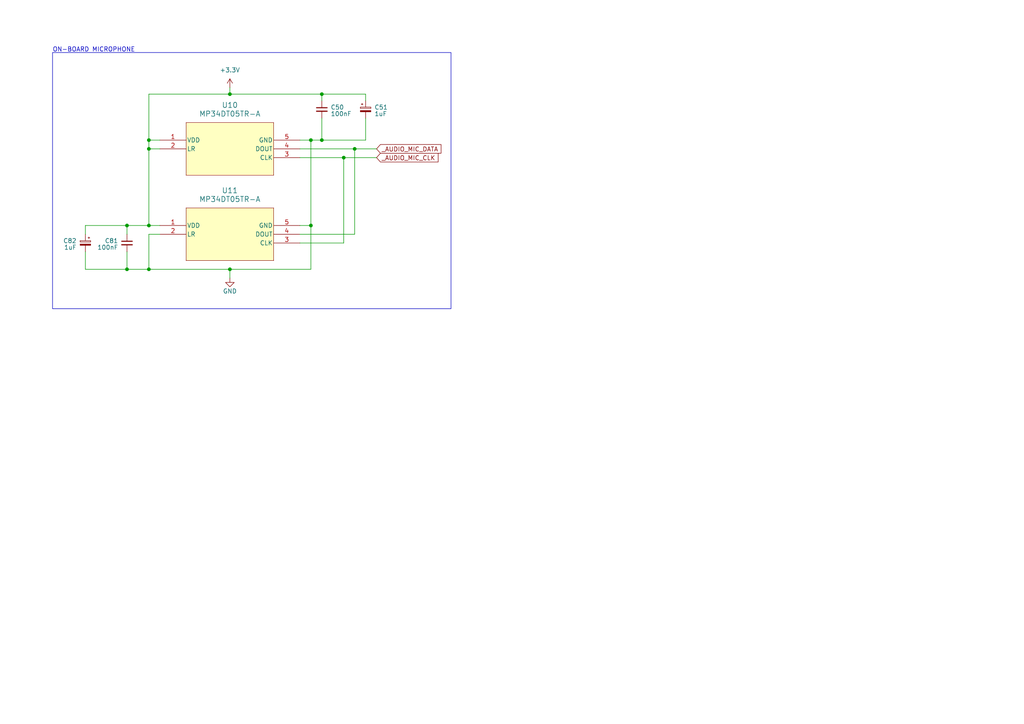
<source format=kicad_sch>
(kicad_sch (version 20231120) (generator "eeschema") (generator_version "8.0")
  (paper "A4")
  (lib_symbols
    (symbol "Device:C_Polarized_Small" (pin_numbers hide) (pin_names (offset 0.254) hide)
      (property "Reference" "C" (at 0.254 1.778 0))
      (property "Value" "C_Polarized_Small" (at 0.254 -2.032 0))
      (symbol "C_Polarized_Small_0_1"
        (rectangle (start -1.524 -0.3048) (end 1.524 -0.6858) (fill (type outline)))
        (rectangle (start -1.524 0.6858) (end 1.524 0.3048))
        (polyline (pts (xy -1.27 1.524) (xy -0.762 1.524)))
        (polyline (pts (xy -1.016 1.27) (xy -1.016 1.778)))
      )
      (symbol "C_Polarized_Small_1_1"
        (pin passive line (at 0 2.54 270) (length 1.8542) (name "~") (number "1"))
        (pin passive line (at 0 -2.54 90) (length 1.8542) (name "~") (number "2"))
      )
    )
    (symbol "Device:C_Small" (pin_numbers hide) (pin_names (offset 0.254) hide)
      (property "Reference" "C" (at 0.254 1.778 0))
      (property "Value" "C_Small" (at 0.254 -2.032 0))
      (symbol "C_Small_0_1"
        (polyline (pts (xy -1.524 -0.508) (xy 1.524 -0.508)) (stroke (width 0.3302)))
        (polyline (pts (xy -1.524 0.508) (xy 1.524 0.508)) (stroke (width 0.3048)))
      )
      (symbol "C_Small_1_1"
        (pin passive line (at 0 2.54 270) (length 2.032) (name "~") (number "1"))
        (pin passive line (at 0 -2.54 90) (length 2.032) (name "~") (number "2"))
      )
    )
    (symbol "MP34DT05TR-A:MP34DT05TR-A" (pin_names (offset 0.254))
      (property "Reference" "U" (at 20.32 10.16 0))
      (property "Value" "MP34DT05TR-A" (at 20.32 7.62 0))
      (symbol "MP34DT05TR-A_0_1"
        (polyline (pts (xy 7.62 -10.16) (xy 33.02 -10.16)) (stroke (width 0.127)))
        (polyline (pts (xy 7.62 5.08) (xy 7.62 -10.16)) (stroke (width 0.127)))
        (polyline (pts (xy 33.02 -10.16) (xy 33.02 5.08)) (stroke (width 0.127)))
        (polyline (pts (xy 33.02 5.08) (xy 7.62 5.08)) (stroke (width 0.127)))
        (pin power_in line (at 0 0 0) (length 7.62) (name "VDD") (number "1"))
        (pin input line (at 40.64 -5.08 180) (length 7.62) (name "CLK") (number "3"))
        (pin output line (at 40.64 -2.54 180) (length 7.62) (name "DOUT") (number "4"))
      )
      (symbol "MP34DT05TR-A_1_1"
        (rectangle (start 7.62 5.08) (end 33.02 -10.16) (stroke (width -0.0001)) (fill (type background)))
        (pin passive line (at 0 -2.54 0) (length 7.62) (name "LR") (number "2"))
        (pin power_in line (at 40.64 0 180) (length 7.62) (name "GND") (number "5"))
      )
    )
    (symbol "MP34DT05TR-A_1" (pin_names (offset 0.254))
      (property "Reference" "U10" (at 20.32 10.16 0))
      (property "Value" "MP34DT05TR-A" (at 20.32 7.62 0))
      (symbol "MP34DT05TR-A_1_0_1"
        (polyline (pts (xy 7.62 -10.16) (xy 33.02 -10.16)) (stroke (width 0.127)))
        (polyline (pts (xy 7.62 5.08) (xy 7.62 -10.16)) (stroke (width 0.127)))
        (polyline (pts (xy 33.02 -10.16) (xy 33.02 5.08)) (stroke (width 0.127)))
        (polyline (pts (xy 33.02 5.08) (xy 7.62 5.08)) (stroke (width 0.127)))
        (pin power_in line (at 0 0 0) (length 7.62) (name "VDD") (number "1"))
        (pin input line (at 40.64 -5.08 180) (length 7.62) (name "CLK") (number "3"))
        (pin output line (at 40.64 -2.54 180) (length 7.62) (name "DOUT") (number "4"))
      )
      (symbol "MP34DT05TR-A_1_1_1"
        (rectangle (start 7.62 5.08) (end 33.02 -10.16) (stroke (width -0.0001)) (fill (type background)))
        (pin passive line (at 0 -2.54 0) (length 7.62) (name "LR") (number "2"))
        (pin power_in line (at 40.64 0 180) (length 7.62) (name "GND") (number "5"))
      )
    )
    (symbol "power:+3.3V" (power) (pin_names (offset 0))
      (property "Value" "+3.3V" (at 0 3.556 0))
      (symbol "+3.3V_0_1"
        (polyline (pts (xy -0.762 1.27) (xy 0 2.54)))
        (polyline (pts (xy 0 0) (xy 0 2.54)))
        (polyline (pts (xy 0 2.54) (xy 0.762 1.27)))
      )
      (symbol "+3.3V_1_1"
        (pin power_in line (at 0 0 90) (length 0) hide (name "+3.3V") (number "1"))
      )
    )
    (symbol "power:GND" (power) (pin_names (offset 0))
      (property "Value" "GND" (at 0 -3.81 0))
      (symbol "GND_0_1"
        (polyline (pts (xy 0 0) (xy 0 -1.27) (xy 1.27 -1.27) (xy 0 -2.54) (xy -1.27 -1.27) (xy 0 -1.27)))
      )
      (symbol "GND_1_1"
        (pin power_in line (at 0 0 270) (length 0) hide (name "GND") (number "1"))
      )
    )
  )
  (junction (at 90.17 65.405))
  (junction (at 43.18 78.105))
  (junction (at 93.345 27.305))
  (junction (at 99.695 45.72))
  (junction (at 66.675 78.105))
  (junction (at 43.18 40.64))
  (junction (at 90.17 40.64))
  (junction (at 66.675 27.305))
  (junction (at 43.18 43.18))
  (junction (at 102.87 43.18))
  (junction (at 43.18 65.405))
  (junction (at 36.83 65.405))
  (junction (at 36.83 78.105))
  (junction (at 93.345 40.64))
  (wire (pts (xy 90.17 40.64) (xy 90.17 65.405)))
  (wire (pts (xy 36.83 67.945) (xy 36.83 65.405)))
  (wire (pts (xy 99.695 45.72) (xy 109.22 45.72)))
  (wire (pts (xy 106.045 27.305) (xy 93.345 27.305)))
  (wire (pts (xy 24.765 78.105) (xy 36.83 78.105)))
  (wire (pts (xy 43.18 43.18) (xy 43.18 65.405)))
  (wire (pts (xy 93.345 29.21) (xy 93.345 27.305)))
  (wire (pts (xy 43.18 78.105) (xy 66.675 78.105)))
  (wire (pts (xy 36.83 73.025) (xy 36.83 78.105)))
  (wire (pts (xy 66.675 25.4) (xy 66.675 27.305)))
  (wire (pts (xy 86.995 45.72) (xy 99.695 45.72)))
  (wire (pts (xy 43.18 65.405) (xy 46.355 65.405)))
  (wire (pts (xy 36.83 78.105) (xy 43.18 78.105)))
  (wire (pts (xy 66.675 78.105) (xy 66.675 80.645)))
  (wire (pts (xy 106.045 40.64) (xy 93.345 40.64)))
  (wire (pts (xy 66.675 27.305) (xy 93.345 27.305)))
  (wire (pts (xy 106.045 34.29) (xy 106.045 40.64)))
  (wire (pts (xy 43.18 27.305) (xy 43.18 40.64)))
  (wire (pts (xy 43.18 67.945) (xy 46.355 67.945)))
  (wire (pts (xy 24.765 67.945) (xy 24.765 65.405)))
  (wire (pts (xy 102.87 43.18) (xy 102.87 67.945)))
  (wire (pts (xy 66.675 27.305) (xy 43.18 27.305)))
  (wire (pts (xy 24.765 73.025) (xy 24.765 78.105)))
  (wire (pts (xy 43.18 67.945) (xy 43.18 78.105)))
  (wire (pts (xy 36.83 65.405) (xy 43.18 65.405)))
  (wire (pts (xy 93.345 34.29) (xy 93.345 40.64)))
  (wire (pts (xy 66.675 78.105) (xy 90.17 78.105)))
  (wire (pts (xy 102.87 43.18) (xy 109.22 43.18)))
  (wire (pts (xy 46.355 43.18) (xy 43.18 43.18)))
  (wire (pts (xy 86.995 40.64) (xy 90.17 40.64)))
  (wire (pts (xy 86.995 65.405) (xy 90.17 65.405)))
  (wire (pts (xy 86.995 67.945) (xy 102.87 67.945)))
  (wire (pts (xy 24.765 65.405) (xy 36.83 65.405)))
  (wire (pts (xy 43.18 40.64) (xy 46.355 40.64)))
  (wire (pts (xy 99.695 45.72) (xy 99.695 70.485)))
  (wire (pts (xy 43.18 40.64) (xy 43.18 43.18)))
  (wire (pts (xy 86.995 43.18) (xy 102.87 43.18)))
  (wire (pts (xy 90.17 65.405) (xy 90.17 78.105)))
  (wire (pts (xy 93.345 40.64) (xy 90.17 40.64)))
  (wire (pts (xy 86.995 70.485) (xy 99.695 70.485)))
  (wire (pts (xy 106.045 29.21) (xy 106.045 27.305)))
  (rectangle (start 15.24 15.24) (end 130.81 89.535))
  (text "ON-BOARD MICROPHONE" (at 15.24 15.24 0) (effects (font (size 1.27 1.27)) (justify left bottom)))
  (global_label "_AUDIO_MIC_CLK" (shape input) (at 109.22 45.72 0) (property "Intersheetrefs" "${INTERSHEET_REFS}" (effects (hide yes))))
  (global_label "_AUDIO_MIC_DATA" (shape input) (at 109.22 43.18 0) (property "Intersheetrefs" "${INTERSHEET_REFS}" (effects (hide yes))))
  (symbol (lib_id "Device:C_Polarized_Small") (at 24.765 70.485 0) (mirror y) (unit 1)
    (property "Reference" "C82" (at 22.225 69.85 0) (effects (justify left)))
    (property "Value" "1uF" (at 22.225 71.755 0) (effects (justify left)))
    (property "Footprint" "Capacitor_SMD:C_0402_1005Metric" (effects (hide yes)))
    (property "Description" "25V" (effects (hide yes)))
    (property "JLCPCB" "C52923" (effects (hide yes)))
  )
  (symbol (lib_id "power:+3.3V") (at 66.675 25.4 0) (unit 1)
    (property "Reference" "#PWR080" (effects (hide yes)))
    (property "Value" "+3.3V" (at 66.675 20.32 0))
  )
  (symbol (lib_id "Device:C_Polarized_Small") (at 106.045 31.75 0) (unit 1)
    (property "Reference" "C51" (at 108.585 31.115 0) (effects (justify left)))
    (property "Value" "1uF" (at 108.585 33.02 0) (effects (justify left)))
    (property "Footprint" "Capacitor_SMD:C_0402_1005Metric" (effects (hide yes)))
    (property "Description" "25V" (effects (hide yes)))
    (property "JLCPCB" "C52923" (effects (hide yes)))
  )
  (symbol (lib_id "Device:C_Small") (at 36.83 70.485 0) (mirror y) (unit 1)
    (property "Reference" "C81" (at 34.29 69.85 0) (effects (justify left)))
    (property "Value" "100nF" (at 34.29 71.755 0) (effects (justify left)))
    (property "Footprint" "Capacitor_SMD:C_0402_1005Metric" (effects (hide yes)))
    (property "Description" "16V" (effects (hide yes)))
    (property "JLCPCB" "C1525" (effects (hide yes)))
  )
  (symbol (lib_id "MP34DT05TR-A:MP34DT05TR-A") (at 46.355 40.64 0) (unit 1)
    (property "Reference" "U10" (at 66.675 30.48 0) (effects (font (size 1.524 1.524))))
    (property "Value" "MP34DT05TR-A" (at 66.675 33.02 0) (effects (font (size 1.524 1.524))))
    (property "Footprint" "MP34DT05TR-A:MP34DT05TR-A_STM" (effects (hide yes)))
    (property "Datasheet" "MP34DT05TR-A" (effects (hide yes)))
    (property "JLCPCB" "C2688664" (effects (hide yes)))
  )
  (symbol (lib_id "Device:C_Small") (at 93.345 31.75 0) (unit 1)
    (property "Reference" "C50" (at 95.885 31.115 0) (effects (justify left)))
    (property "Value" "100nF" (at 95.885 33.02 0) (effects (justify left)))
    (property "Footprint" "Capacitor_SMD:C_0402_1005Metric" (effects (hide yes)))
    (property "Description" "16V" (effects (hide yes)))
    (property "JLCPCB" "C1525" (effects (hide yes)))
  )
  (symbol (lib_id "power:GND") (at 66.675 80.645 0) (unit 1)
    (property "Reference" "#PWR081" (effects (hide yes)))
    (property "Value" "GND" (at 66.675 84.455 0))
  )
  (symbol (lib_name "MP34DT05TR-A_1") (lib_id "MP34DT05TR-A:MP34DT05TR-A") (at 46.355 65.405 0) (unit 1)
    (property "Reference" "U11" (at 66.675 55.245 0) (effects (font (size 1.524 1.524))))
    (property "Value" "MP34DT05TR-A" (at 66.675 57.785 0) (effects (font (size 1.524 1.524))))
    (property "Footprint" "MP34DT05TR-A:MP34DT05TR-A_STM" (effects (hide yes)))
    (property "Datasheet" "MP34DT05TR-A" (effects (hide yes)))
    (property "JLCPCB" "C2688664" (effects (hide yes)))
  )
)
</source>
